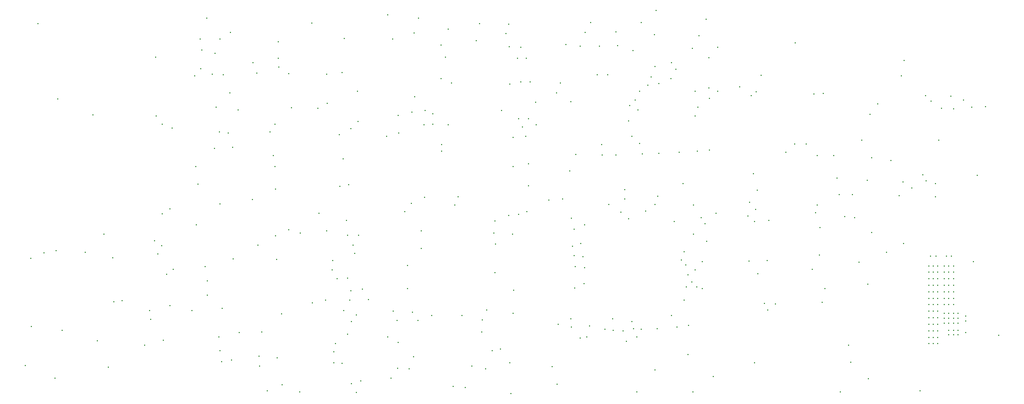
<source format=gbr>
%TF.GenerationSoftware,Altium Limited,Altium Designer,25.7.1 (20)*%
G04 Layer_Color=0*
%FSLAX45Y45*%
%MOMM*%
%TF.SameCoordinates,D8C98939-B5AC-4A14-9F93-74B2487226E3*%
%TF.FilePolarity,Positive*%
%TF.FileFunction,Plated,1,2,PTH,Drill*%
%TF.Part,Single*%
G01*
G75*
%TA.AperFunction,ViaDrill,NotFilled*%
%ADD222C,0.30000*%
%ADD223C,0.20000*%
D222*
X4012500Y3947500D02*
D03*
X4139448Y3972500D02*
D03*
X2742500Y3570000D02*
D03*
X2935000Y4705000D02*
D03*
X2735000Y4617500D02*
D03*
X3995000Y4625000D02*
D03*
X3120000Y4740000D02*
D03*
X3685000Y6832500D02*
D03*
X3147500Y7075000D02*
D03*
X7762500Y7190000D02*
D03*
X16707500Y6440000D02*
D03*
X8792500Y5557500D02*
D03*
X8592500Y5465000D02*
D03*
X9057500Y6275000D02*
D03*
X9155000Y6675000D02*
D03*
X12400000Y7312500D02*
D03*
X5442500Y8320000D02*
D03*
X14497501Y7940000D02*
D03*
X13975000Y7437500D02*
D03*
X16180000Y7670000D02*
D03*
X16900000Y7120000D02*
D03*
X16510001Y7125000D02*
D03*
X16589999Y7042500D02*
D03*
X12360593Y8439997D02*
D03*
X5557500Y6312500D02*
D03*
X5349999Y7541950D02*
D03*
X5792500Y7170000D02*
D03*
X5690610Y7450308D02*
D03*
X5252500Y7432500D02*
D03*
X5525000Y7455000D02*
D03*
X6287500Y3487500D02*
D03*
X5940000Y3477500D02*
D03*
X5675000Y3850000D02*
D03*
X7167500Y5315000D02*
D03*
X6461645Y6206645D02*
D03*
X6490202Y6035000D02*
D03*
X6145000Y5527500D02*
D03*
X5645000Y5457500D02*
D03*
X3855000Y4992500D02*
D03*
X3573052Y4710000D02*
D03*
X12130000Y3530000D02*
D03*
X12060000Y3412500D02*
D03*
X12010042Y3532500D02*
D03*
X11981649Y3650851D02*
D03*
X12812500Y4520000D02*
D03*
X16750806Y6933306D02*
D03*
X15677499Y5022500D02*
D03*
X15650000Y6839448D02*
D03*
X9055000Y6370000D02*
D03*
X8803138Y6899493D02*
D03*
X8919412Y6846587D02*
D03*
X8922500Y6685000D02*
D03*
X11335000Y3582500D02*
D03*
X11295000Y3410000D02*
D03*
X11695594Y3515268D02*
D03*
X13922501Y4385000D02*
D03*
X14025000Y3922500D02*
D03*
X12377500Y3537500D02*
D03*
X12597500Y3737500D02*
D03*
X12922499Y2562500D02*
D03*
X12057500D02*
D03*
X10830000Y2677500D02*
D03*
X9420001Y2627498D02*
D03*
X9232500Y2645000D02*
D03*
X10125000Y2540000D02*
D03*
X10850000Y3607500D02*
D03*
X12857500Y3587500D02*
D03*
X12680000Y3562500D02*
D03*
X11567500Y3525000D02*
D03*
X11850441Y3503493D02*
D03*
X11047500Y3690000D02*
D03*
X17214999Y6950000D02*
D03*
X17087500Y7062500D02*
D03*
X17432500Y6955000D02*
D03*
X12957500Y4440000D02*
D03*
X12820187Y4177687D02*
D03*
X12852499Y4365000D02*
D03*
X12904004Y4256504D02*
D03*
X11115000Y4492500D02*
D03*
X13875000Y3012500D02*
D03*
X16464999Y5906948D02*
D03*
X15263290Y5267274D02*
D03*
X14095593Y5202768D02*
D03*
X12985001Y4177500D02*
D03*
X14810098Y5323240D02*
D03*
X14882500Y5097500D02*
D03*
X16162691Y5794809D02*
D03*
X15976640Y6123849D02*
D03*
X13067500Y4573498D02*
D03*
X15525000Y6440000D02*
D03*
X15680000Y6165552D02*
D03*
X13792500Y4575000D02*
D03*
X14065001Y4582500D02*
D03*
X14762500Y4452500D02*
D03*
X15907500Y4712500D02*
D03*
X12747500Y4592500D02*
D03*
X13132500Y4885000D02*
D03*
X16170000Y4845000D02*
D03*
X16662500Y5775000D02*
D03*
X16660001Y5572500D02*
D03*
X16102499Y5587500D02*
D03*
X17302499Y5902500D02*
D03*
X14835002Y5439999D02*
D03*
X13875000Y5185000D02*
D03*
X13887502Y5377500D02*
D03*
X13775000Y5275000D02*
D03*
X12195000Y5350000D02*
D03*
X10915000Y5535000D02*
D03*
X11875000Y5537500D02*
D03*
X11820000Y5332500D02*
D03*
X10707500Y5515000D02*
D03*
X11985000Y6500002D02*
D03*
X12100000Y6390000D02*
D03*
X11052500Y5237500D02*
D03*
X15382500Y5600000D02*
D03*
X15414999Y5245000D02*
D03*
X15095003Y6202502D02*
D03*
X12992500Y6274622D02*
D03*
X13902499Y7185000D02*
D03*
X15767500Y6997500D02*
D03*
X12935001Y5437500D02*
D03*
Y4990000D02*
D03*
X13050000Y5249956D02*
D03*
X13174965Y6290000D02*
D03*
X11269109Y8100731D02*
D03*
X10275000Y7337500D02*
D03*
X16137500Y7432500D02*
D03*
X5837499Y6329319D02*
D03*
X6415000Y6565000D02*
D03*
X7837500Y4147500D02*
D03*
X7810002Y2735001D02*
D03*
X7927503Y3985001D02*
D03*
X5635000Y6565001D02*
D03*
X7057502Y8239999D02*
D03*
X13020726Y8053227D02*
D03*
X14872504Y4667499D02*
D03*
X16517500Y5812500D02*
D03*
X13307503Y7872501D02*
D03*
X5362500Y7827500D02*
D03*
X8227500Y8375000D02*
D03*
X16939999Y6925000D02*
D03*
X8700000Y8317500D02*
D03*
X13130002Y8302498D02*
D03*
X7537500Y6152500D02*
D03*
X7765444Y6724556D02*
D03*
X7297501Y7009638D02*
D03*
X5805002Y8097500D02*
D03*
X7284999Y7457501D02*
D03*
X14932503Y7162500D02*
D03*
X6494998Y5687502D02*
D03*
X5587500Y6947500D02*
D03*
X4907500Y6627500D02*
D03*
X9982500Y6895000D02*
D03*
X7592500Y5205000D02*
D03*
X8739998Y4775002D02*
D03*
X6882500Y5012539D02*
D03*
X7282500Y5045000D02*
D03*
X4657286Y7718681D02*
D03*
X14785001Y7152498D02*
D03*
X13168219Y7712502D02*
D03*
X12914772Y7854772D02*
D03*
X13172501Y7247500D02*
D03*
X14487500Y6385000D02*
D03*
X13002499Y6945000D02*
D03*
X12962500Y7197500D02*
D03*
X15139999Y5859998D02*
D03*
X14352499Y6257498D02*
D03*
X13852499Y5927500D02*
D03*
X12127500Y8252500D02*
D03*
X12337501Y7575001D02*
D03*
X12040000Y7057500D02*
D03*
X11615000Y7450000D02*
D03*
X11454999Y7447498D02*
D03*
X12717501Y6254999D02*
D03*
X12149999Y6227501D02*
D03*
X12635000Y5190000D02*
D03*
X11742941Y6210000D02*
D03*
X17245000Y4567499D02*
D03*
X17632503Y3435000D02*
D03*
X15617500Y4222500D02*
D03*
X15320000Y3282500D02*
D03*
X16425002Y2582499D02*
D03*
X14957500Y4157500D02*
D03*
X12790140Y4724859D02*
D03*
X13070000Y4157500D02*
D03*
X12847498Y3139999D02*
D03*
X9637500Y8232500D02*
D03*
X10500977Y7026522D02*
D03*
X10237500Y6775000D02*
D03*
X8300000Y8002500D02*
D03*
X8395000Y6550000D02*
D03*
X7660000Y6619112D02*
D03*
X8205593Y6498093D02*
D03*
X7622500Y5757500D02*
D03*
X6542502Y7700000D02*
D03*
X5639999Y7994995D02*
D03*
X7520000Y7485000D02*
D03*
X6747500Y6942501D02*
D03*
X7152498Y6929999D02*
D03*
X5925000Y6907500D02*
D03*
X4657498Y6809545D02*
D03*
X5767500Y6552500D02*
D03*
X10367500Y5340000D02*
D03*
X9685000Y3672500D02*
D03*
X8367502Y3659998D02*
D03*
X7604999Y3454999D02*
D03*
X8559998Y2917500D02*
D03*
X8377499Y2924998D02*
D03*
X7670000Y2687500D02*
D03*
X6705000Y5062500D02*
D03*
X7369470Y4442501D02*
D03*
X4824999Y4372498D02*
D03*
X4872500Y3890000D02*
D03*
X4580000Y3677500D02*
D03*
X4481876Y3283125D02*
D03*
X3757500Y3347504D02*
D03*
X6250000Y2959999D02*
D03*
X5822500Y3055000D02*
D03*
X3102498Y2772501D02*
D03*
X14194998Y3914999D02*
D03*
X15482500Y4560000D02*
D03*
X12342500Y5447500D02*
D03*
X11187500Y3390000D02*
D03*
X11057499Y3565002D02*
D03*
X11255000Y4476232D02*
D03*
X11932002Y5232500D02*
D03*
X11527500Y6210000D02*
D03*
X11520000Y6375000D02*
D03*
X8600140Y6870141D02*
D03*
X8907500Y3737500D02*
D03*
X6602500Y2675000D02*
D03*
X7560000Y8004717D02*
D03*
X7486655Y5730785D02*
D03*
X7719493Y4694847D02*
D03*
X5335001Y7994995D02*
D03*
X7605997Y4973497D02*
D03*
X9585000Y7970000D02*
D03*
X4562500Y3815000D02*
D03*
X3210000Y3515000D02*
D03*
X6502500Y4970002D02*
D03*
X5277500Y5140000D02*
D03*
X8642500Y7107500D02*
D03*
X9117500Y7715000D02*
D03*
X11352500Y8255000D02*
D03*
X8745000Y5047500D02*
D03*
X9880000Y4400000D02*
D03*
X9882500Y4840000D02*
D03*
X10165000Y4127500D02*
D03*
X12787500Y3975000D02*
D03*
X10277500Y7872500D02*
D03*
X13799998Y5487502D02*
D03*
X15625000Y2770000D02*
D03*
X15190002Y2564999D02*
D03*
X15352502Y3022498D02*
D03*
X12285000Y7415000D02*
D03*
X9520000Y2962500D02*
D03*
X11105000Y4162500D02*
D03*
X11092500Y4660000D02*
D03*
X11227500Y4642500D02*
D03*
X11042500Y7037500D02*
D03*
X10420000Y7335000D02*
D03*
X10510000Y6680000D02*
D03*
X10392500Y6767500D02*
D03*
X13180000Y7082500D02*
D03*
X12590000Y7392500D02*
D03*
X11999999Y7824700D02*
D03*
X12330000Y8064997D02*
D03*
X10967500Y7917500D02*
D03*
X11950000Y6970000D02*
D03*
X11937500Y6737500D02*
D03*
X11122500Y6222500D02*
D03*
X10352500Y6500000D02*
D03*
X10152500Y6482500D02*
D03*
X10392500Y6080000D02*
D03*
X10160000Y6037500D02*
D03*
X10300000Y6645000D02*
D03*
X7525000Y3000000D02*
D03*
X5267500Y6032500D02*
D03*
X3922500Y2947500D02*
D03*
X5640000Y3200000D02*
D03*
X5672500Y3025000D02*
D03*
X7397500Y3007500D02*
D03*
X8625000Y3105000D02*
D03*
X8607500Y3790000D02*
D03*
X7272500Y3977500D02*
D03*
X6512500Y4607500D02*
D03*
X7480000Y6527500D02*
D03*
X9047501Y7902500D02*
D03*
X11630000Y5452500D02*
D03*
X10105000Y7307500D02*
D03*
X9160000Y8155000D02*
D03*
X8390000Y6820000D02*
D03*
X9207500Y7317500D02*
D03*
X8630000Y8092500D02*
D03*
X9962500Y3220000D02*
D03*
X7397500Y3180000D02*
D03*
X6245000Y3112500D02*
D03*
X5845000Y4615000D02*
D03*
X4755000Y6690000D02*
D03*
X4775000Y3355000D02*
D03*
X10157500Y3770000D02*
D03*
X14835001Y6207500D02*
D03*
X11902603Y3342011D02*
D03*
X12339807Y2904807D02*
D03*
X11692500Y3690000D02*
D03*
X12962500Y6810000D02*
D03*
X9372500Y3742500D02*
D03*
X6375000Y2577500D02*
D03*
X7447500Y4310000D02*
D03*
X7645000Y3975000D02*
D03*
X7745000Y2557500D02*
D03*
X10095000Y7882500D02*
D03*
X11767500Y7897500D02*
D03*
X10825000Y7170000D02*
D03*
X10882500Y7320000D02*
D03*
X14914999Y3942500D02*
D03*
X10755000Y2952500D02*
D03*
X13242500Y2802500D02*
D03*
X11100000Y5065000D02*
D03*
X10090000Y8230000D02*
D03*
X10227500Y7702500D02*
D03*
X10047500Y8082500D02*
D03*
X6545000Y7955000D02*
D03*
X5450000Y4055000D02*
D03*
X6527500Y3087500D02*
D03*
X6870000Y2565000D02*
D03*
X7690000Y4820000D02*
D03*
X7777500Y4980000D02*
D03*
X7380000Y4585000D02*
D03*
X7662500Y4125000D02*
D03*
X7607500Y4315000D02*
D03*
X8533089Y4155592D02*
D03*
X10240000Y5295000D02*
D03*
X9837500Y3200000D02*
D03*
X9670000Y3487501D02*
D03*
X7065000Y3932500D02*
D03*
X4690000Y4687500D02*
D03*
X4747500Y4812500D02*
D03*
X4635000Y4890000D02*
D03*
X4927500Y4452500D02*
D03*
X6207500Y7475000D02*
D03*
X6550000Y7564999D02*
D03*
X6155000Y7635000D02*
D03*
X2647498Y2967502D02*
D03*
X5630291Y3407212D02*
D03*
X15175002Y5602498D02*
D03*
X12075003Y6909999D02*
D03*
X12100001Y7189998D02*
D03*
X12660000Y7529998D02*
D03*
X13822502Y7129998D02*
D03*
X13645003Y7262500D02*
D03*
X13302498Y7197501D02*
D03*
X16297501Y5707500D02*
D03*
X9050000Y7389998D02*
D03*
X6230000Y4827499D02*
D03*
X7552502Y3819997D02*
D03*
X5415001Y4492498D02*
D03*
X14672501Y6380000D02*
D03*
X15605000Y5825000D02*
D03*
X12380000Y5580000D02*
D03*
X11872500Y5680000D02*
D03*
X10362500Y7700000D02*
D03*
X11192500Y7888484D02*
D03*
X11487500Y7892500D02*
D03*
X12775001Y5775000D02*
D03*
X8787500Y6677500D02*
D03*
X11737500Y8112500D02*
D03*
X5452500Y4270000D02*
D03*
X9262501Y5439999D02*
D03*
X6487500Y6687500D02*
D03*
X5302499Y5767502D02*
D03*
X10146248Y4995001D02*
D03*
X9857501Y5012502D02*
D03*
X9312499Y5570002D02*
D03*
X4872502Y5382499D02*
D03*
X8307502Y3810000D02*
D03*
X7747498Y3752499D02*
D03*
X4757501Y5307503D02*
D03*
X2842499Y8232501D02*
D03*
X11067501Y4807499D02*
D03*
X11197499Y4847499D02*
D03*
X12595001Y7637501D02*
D03*
X8384809Y3322691D02*
D03*
X8227502Y3407501D02*
D03*
X7667498Y3642502D02*
D03*
X10087498Y5280000D02*
D03*
X10395001Y5739999D02*
D03*
X12227499Y7287499D02*
D03*
X10107498Y3012501D02*
D03*
X13916441Y5673943D02*
D03*
X6594998Y3762502D02*
D03*
X5567502Y7777500D02*
D03*
X14072499Y3825001D02*
D03*
X11257498Y5135001D02*
D03*
X8492500Y5342499D02*
D03*
X9875591Y5193091D02*
D03*
X8527501Y4507499D02*
D03*
X13279999Y5312501D02*
D03*
X13114999Y5157500D02*
D03*
X12397501Y6239998D02*
D03*
X11031220Y5967501D02*
D03*
X9747499Y3825001D02*
D03*
X7425003Y3307503D02*
D03*
X8687501Y3659998D02*
D03*
X9729998Y2917500D02*
D03*
X8277499Y2775001D02*
D03*
X6700002Y7467498D02*
D03*
X5212502Y3820003D02*
D03*
D223*
X16554999Y3305002D02*
D03*
Y3405002D02*
D03*
X16625002D02*
D03*
Y3505002D02*
D03*
X16554999D02*
D03*
Y3605002D02*
D03*
X16625002D02*
D03*
Y3305002D02*
D03*
X16694998D02*
D03*
Y3605002D02*
D03*
Y3405002D02*
D03*
Y3505002D02*
D03*
X17005000Y3617498D02*
D03*
X16794998D02*
D03*
Y3694999D02*
D03*
X16934998Y3617498D02*
D03*
X16865001D02*
D03*
X17123000Y3654999D02*
D03*
X16554999Y3905001D02*
D03*
Y3705001D02*
D03*
Y3805001D02*
D03*
Y4105001D02*
D03*
Y4205000D02*
D03*
Y4005001D02*
D03*
X16625002Y4305000D02*
D03*
Y3805001D02*
D03*
Y3905001D02*
D03*
Y3705001D02*
D03*
X16694998Y3905001D02*
D03*
X16625002Y4105001D02*
D03*
Y4205000D02*
D03*
Y4005001D02*
D03*
X16694998Y4205000D02*
D03*
X16554999Y4405000D02*
D03*
Y4505000D02*
D03*
Y4305000D02*
D03*
X16625002Y4405000D02*
D03*
Y4505000D02*
D03*
X16665001Y4650999D02*
D03*
X16585001D02*
D03*
X16694998Y4005001D02*
D03*
Y3705001D02*
D03*
Y3805001D02*
D03*
Y4405000D02*
D03*
Y4105001D02*
D03*
X16934998Y3694999D02*
D03*
X16865001D02*
D03*
X17005000D02*
D03*
X17123000Y3734999D02*
D03*
X16865001Y3772499D02*
D03*
X16794998D02*
D03*
X17005000D02*
D03*
X16934998D02*
D03*
X16694998Y4305000D02*
D03*
Y4505000D02*
D03*
X17005000Y3439998D02*
D03*
X16865001D02*
D03*
X16934998D02*
D03*
X17123000Y3474999D02*
D03*
X17005000Y3510001D02*
D03*
X16865001D02*
D03*
X16934998D02*
D03*
X16794998Y4005001D02*
D03*
Y3905001D02*
D03*
Y4105001D02*
D03*
Y4205000D02*
D03*
X16934998Y3905001D02*
D03*
X16865001D02*
D03*
Y4005001D02*
D03*
Y4105001D02*
D03*
Y4205000D02*
D03*
X16934998Y4005001D02*
D03*
Y4205000D02*
D03*
Y4105001D02*
D03*
X16794998Y4305000D02*
D03*
X16865001D02*
D03*
X16794998Y4405000D02*
D03*
X16865001D02*
D03*
X16794998Y4505000D02*
D03*
X16865001D02*
D03*
X16825002Y4650999D02*
D03*
X16934998Y4305000D02*
D03*
Y4405000D02*
D03*
Y4505000D02*
D03*
X16905000Y4650999D02*
D03*
X11250000Y4232500D02*
D03*
%TF.MD5,fe8154911407d9a80a248975765645bb*%
M02*

</source>
